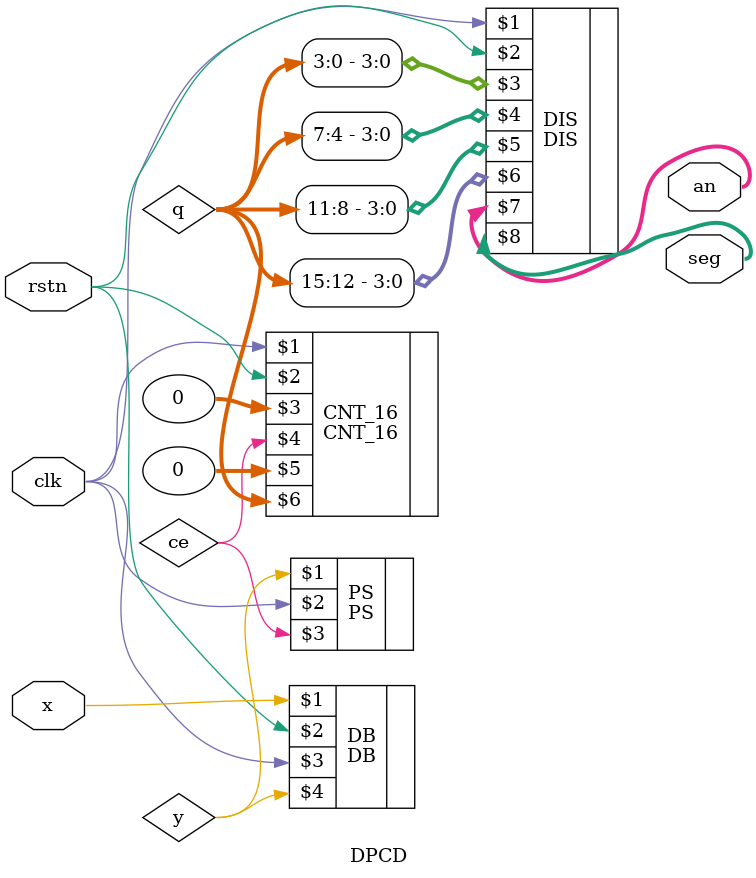
<source format=v>
`timescale 1ns / 1ps


module DPCD(input x,
            rstn,
            clk,
            output[3:0]an,
            output[6:0]seg);
    wire y,ce;
    wire[15:0]q;
    DB DB (x,rstn,clk,y);
    PS PS(y,clk,ce);
    CNT_16 CNT_16(clk,rstn,0,ce,0,q);
    DIS DIS(clk,rstn,q[3:0],q[7:4],q[11:8],q[15:12],an,seg);
endmodule

</source>
